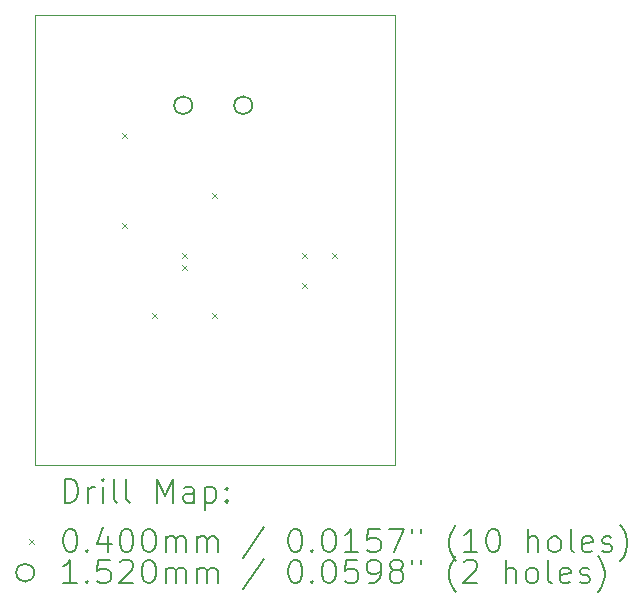
<source format=gbr>
%TF.GenerationSoftware,KiCad,Pcbnew,(6.0.10)*%
%TF.CreationDate,2023-02-17T12:21:37-08:00*%
%TF.ProjectId,Excercise2,45786365-7263-4697-9365-322e6b696361,rev?*%
%TF.SameCoordinates,Original*%
%TF.FileFunction,Drillmap*%
%TF.FilePolarity,Positive*%
%FSLAX45Y45*%
G04 Gerber Fmt 4.5, Leading zero omitted, Abs format (unit mm)*
G04 Created by KiCad (PCBNEW (6.0.10)) date 2023-02-17 12:21:37*
%MOMM*%
%LPD*%
G01*
G04 APERTURE LIST*
%ADD10C,0.100000*%
%ADD11C,0.200000*%
%ADD12C,0.040000*%
%ADD13C,0.152000*%
G04 APERTURE END LIST*
D10*
X13462000Y-5334000D02*
X16510000Y-5334000D01*
X16510000Y-5334000D02*
X16510000Y-9144000D01*
X16510000Y-9144000D02*
X13462000Y-9144000D01*
X13462000Y-9144000D02*
X13462000Y-5334000D01*
D11*
D12*
X14204000Y-6330000D02*
X14244000Y-6370000D01*
X14244000Y-6330000D02*
X14204000Y-6370000D01*
X14204000Y-7092000D02*
X14244000Y-7132000D01*
X14244000Y-7092000D02*
X14204000Y-7132000D01*
X14458000Y-7854000D02*
X14498000Y-7894000D01*
X14498000Y-7854000D02*
X14458000Y-7894000D01*
X14712000Y-7346000D02*
X14752000Y-7386000D01*
X14752000Y-7346000D02*
X14712000Y-7386000D01*
X14712000Y-7451150D02*
X14752000Y-7491150D01*
X14752000Y-7451150D02*
X14712000Y-7491150D01*
X14966000Y-6838000D02*
X15006000Y-6878000D01*
X15006000Y-6838000D02*
X14966000Y-6878000D01*
X14966000Y-7854000D02*
X15006000Y-7894000D01*
X15006000Y-7854000D02*
X14966000Y-7894000D01*
X15728000Y-7346000D02*
X15768000Y-7386000D01*
X15768000Y-7346000D02*
X15728000Y-7386000D01*
X15728000Y-7600000D02*
X15768000Y-7640000D01*
X15768000Y-7600000D02*
X15728000Y-7640000D01*
X15982000Y-7346000D02*
X16022000Y-7386000D01*
X16022000Y-7346000D02*
X15982000Y-7386000D01*
D13*
X14795000Y-6096000D02*
G75*
G03*
X14795000Y-6096000I-76000J0D01*
G01*
X15303000Y-6096000D02*
G75*
G03*
X15303000Y-6096000I-76000J0D01*
G01*
D11*
X13714619Y-9459476D02*
X13714619Y-9259476D01*
X13762238Y-9259476D01*
X13790809Y-9269000D01*
X13809857Y-9288048D01*
X13819381Y-9307095D01*
X13828905Y-9345190D01*
X13828905Y-9373762D01*
X13819381Y-9411857D01*
X13809857Y-9430905D01*
X13790809Y-9449952D01*
X13762238Y-9459476D01*
X13714619Y-9459476D01*
X13914619Y-9459476D02*
X13914619Y-9326143D01*
X13914619Y-9364238D02*
X13924143Y-9345190D01*
X13933667Y-9335667D01*
X13952714Y-9326143D01*
X13971762Y-9326143D01*
X14038428Y-9459476D02*
X14038428Y-9326143D01*
X14038428Y-9259476D02*
X14028905Y-9269000D01*
X14038428Y-9278524D01*
X14047952Y-9269000D01*
X14038428Y-9259476D01*
X14038428Y-9278524D01*
X14162238Y-9459476D02*
X14143190Y-9449952D01*
X14133667Y-9430905D01*
X14133667Y-9259476D01*
X14267000Y-9459476D02*
X14247952Y-9449952D01*
X14238428Y-9430905D01*
X14238428Y-9259476D01*
X14495571Y-9459476D02*
X14495571Y-9259476D01*
X14562238Y-9402333D01*
X14628905Y-9259476D01*
X14628905Y-9459476D01*
X14809857Y-9459476D02*
X14809857Y-9354714D01*
X14800333Y-9335667D01*
X14781286Y-9326143D01*
X14743190Y-9326143D01*
X14724143Y-9335667D01*
X14809857Y-9449952D02*
X14790809Y-9459476D01*
X14743190Y-9459476D01*
X14724143Y-9449952D01*
X14714619Y-9430905D01*
X14714619Y-9411857D01*
X14724143Y-9392810D01*
X14743190Y-9383286D01*
X14790809Y-9383286D01*
X14809857Y-9373762D01*
X14905095Y-9326143D02*
X14905095Y-9526143D01*
X14905095Y-9335667D02*
X14924143Y-9326143D01*
X14962238Y-9326143D01*
X14981286Y-9335667D01*
X14990809Y-9345190D01*
X15000333Y-9364238D01*
X15000333Y-9421381D01*
X14990809Y-9440429D01*
X14981286Y-9449952D01*
X14962238Y-9459476D01*
X14924143Y-9459476D01*
X14905095Y-9449952D01*
X15086048Y-9440429D02*
X15095571Y-9449952D01*
X15086048Y-9459476D01*
X15076524Y-9449952D01*
X15086048Y-9440429D01*
X15086048Y-9459476D01*
X15086048Y-9335667D02*
X15095571Y-9345190D01*
X15086048Y-9354714D01*
X15076524Y-9345190D01*
X15086048Y-9335667D01*
X15086048Y-9354714D01*
D12*
X13417000Y-9769000D02*
X13457000Y-9809000D01*
X13457000Y-9769000D02*
X13417000Y-9809000D01*
D11*
X13752714Y-9679476D02*
X13771762Y-9679476D01*
X13790809Y-9689000D01*
X13800333Y-9698524D01*
X13809857Y-9717571D01*
X13819381Y-9755667D01*
X13819381Y-9803286D01*
X13809857Y-9841381D01*
X13800333Y-9860429D01*
X13790809Y-9869952D01*
X13771762Y-9879476D01*
X13752714Y-9879476D01*
X13733667Y-9869952D01*
X13724143Y-9860429D01*
X13714619Y-9841381D01*
X13705095Y-9803286D01*
X13705095Y-9755667D01*
X13714619Y-9717571D01*
X13724143Y-9698524D01*
X13733667Y-9689000D01*
X13752714Y-9679476D01*
X13905095Y-9860429D02*
X13914619Y-9869952D01*
X13905095Y-9879476D01*
X13895571Y-9869952D01*
X13905095Y-9860429D01*
X13905095Y-9879476D01*
X14086048Y-9746143D02*
X14086048Y-9879476D01*
X14038428Y-9669952D02*
X13990809Y-9812810D01*
X14114619Y-9812810D01*
X14228905Y-9679476D02*
X14247952Y-9679476D01*
X14267000Y-9689000D01*
X14276524Y-9698524D01*
X14286048Y-9717571D01*
X14295571Y-9755667D01*
X14295571Y-9803286D01*
X14286048Y-9841381D01*
X14276524Y-9860429D01*
X14267000Y-9869952D01*
X14247952Y-9879476D01*
X14228905Y-9879476D01*
X14209857Y-9869952D01*
X14200333Y-9860429D01*
X14190809Y-9841381D01*
X14181286Y-9803286D01*
X14181286Y-9755667D01*
X14190809Y-9717571D01*
X14200333Y-9698524D01*
X14209857Y-9689000D01*
X14228905Y-9679476D01*
X14419381Y-9679476D02*
X14438428Y-9679476D01*
X14457476Y-9689000D01*
X14467000Y-9698524D01*
X14476524Y-9717571D01*
X14486048Y-9755667D01*
X14486048Y-9803286D01*
X14476524Y-9841381D01*
X14467000Y-9860429D01*
X14457476Y-9869952D01*
X14438428Y-9879476D01*
X14419381Y-9879476D01*
X14400333Y-9869952D01*
X14390809Y-9860429D01*
X14381286Y-9841381D01*
X14371762Y-9803286D01*
X14371762Y-9755667D01*
X14381286Y-9717571D01*
X14390809Y-9698524D01*
X14400333Y-9689000D01*
X14419381Y-9679476D01*
X14571762Y-9879476D02*
X14571762Y-9746143D01*
X14571762Y-9765190D02*
X14581286Y-9755667D01*
X14600333Y-9746143D01*
X14628905Y-9746143D01*
X14647952Y-9755667D01*
X14657476Y-9774714D01*
X14657476Y-9879476D01*
X14657476Y-9774714D02*
X14667000Y-9755667D01*
X14686048Y-9746143D01*
X14714619Y-9746143D01*
X14733667Y-9755667D01*
X14743190Y-9774714D01*
X14743190Y-9879476D01*
X14838428Y-9879476D02*
X14838428Y-9746143D01*
X14838428Y-9765190D02*
X14847952Y-9755667D01*
X14867000Y-9746143D01*
X14895571Y-9746143D01*
X14914619Y-9755667D01*
X14924143Y-9774714D01*
X14924143Y-9879476D01*
X14924143Y-9774714D02*
X14933667Y-9755667D01*
X14952714Y-9746143D01*
X14981286Y-9746143D01*
X15000333Y-9755667D01*
X15009857Y-9774714D01*
X15009857Y-9879476D01*
X15400333Y-9669952D02*
X15228905Y-9927095D01*
X15657476Y-9679476D02*
X15676524Y-9679476D01*
X15695571Y-9689000D01*
X15705095Y-9698524D01*
X15714619Y-9717571D01*
X15724143Y-9755667D01*
X15724143Y-9803286D01*
X15714619Y-9841381D01*
X15705095Y-9860429D01*
X15695571Y-9869952D01*
X15676524Y-9879476D01*
X15657476Y-9879476D01*
X15638428Y-9869952D01*
X15628905Y-9860429D01*
X15619381Y-9841381D01*
X15609857Y-9803286D01*
X15609857Y-9755667D01*
X15619381Y-9717571D01*
X15628905Y-9698524D01*
X15638428Y-9689000D01*
X15657476Y-9679476D01*
X15809857Y-9860429D02*
X15819381Y-9869952D01*
X15809857Y-9879476D01*
X15800333Y-9869952D01*
X15809857Y-9860429D01*
X15809857Y-9879476D01*
X15943190Y-9679476D02*
X15962238Y-9679476D01*
X15981286Y-9689000D01*
X15990809Y-9698524D01*
X16000333Y-9717571D01*
X16009857Y-9755667D01*
X16009857Y-9803286D01*
X16000333Y-9841381D01*
X15990809Y-9860429D01*
X15981286Y-9869952D01*
X15962238Y-9879476D01*
X15943190Y-9879476D01*
X15924143Y-9869952D01*
X15914619Y-9860429D01*
X15905095Y-9841381D01*
X15895571Y-9803286D01*
X15895571Y-9755667D01*
X15905095Y-9717571D01*
X15914619Y-9698524D01*
X15924143Y-9689000D01*
X15943190Y-9679476D01*
X16200333Y-9879476D02*
X16086048Y-9879476D01*
X16143190Y-9879476D02*
X16143190Y-9679476D01*
X16124143Y-9708048D01*
X16105095Y-9727095D01*
X16086048Y-9736619D01*
X16381286Y-9679476D02*
X16286048Y-9679476D01*
X16276524Y-9774714D01*
X16286048Y-9765190D01*
X16305095Y-9755667D01*
X16352714Y-9755667D01*
X16371762Y-9765190D01*
X16381286Y-9774714D01*
X16390809Y-9793762D01*
X16390809Y-9841381D01*
X16381286Y-9860429D01*
X16371762Y-9869952D01*
X16352714Y-9879476D01*
X16305095Y-9879476D01*
X16286048Y-9869952D01*
X16276524Y-9860429D01*
X16457476Y-9679476D02*
X16590809Y-9679476D01*
X16505095Y-9879476D01*
X16657476Y-9679476D02*
X16657476Y-9717571D01*
X16733667Y-9679476D02*
X16733667Y-9717571D01*
X17028905Y-9955667D02*
X17019381Y-9946143D01*
X17000333Y-9917571D01*
X16990810Y-9898524D01*
X16981286Y-9869952D01*
X16971762Y-9822333D01*
X16971762Y-9784238D01*
X16981286Y-9736619D01*
X16990810Y-9708048D01*
X17000333Y-9689000D01*
X17019381Y-9660429D01*
X17028905Y-9650905D01*
X17209857Y-9879476D02*
X17095571Y-9879476D01*
X17152714Y-9879476D02*
X17152714Y-9679476D01*
X17133667Y-9708048D01*
X17114619Y-9727095D01*
X17095571Y-9736619D01*
X17333667Y-9679476D02*
X17352714Y-9679476D01*
X17371762Y-9689000D01*
X17381286Y-9698524D01*
X17390810Y-9717571D01*
X17400333Y-9755667D01*
X17400333Y-9803286D01*
X17390810Y-9841381D01*
X17381286Y-9860429D01*
X17371762Y-9869952D01*
X17352714Y-9879476D01*
X17333667Y-9879476D01*
X17314619Y-9869952D01*
X17305095Y-9860429D01*
X17295571Y-9841381D01*
X17286048Y-9803286D01*
X17286048Y-9755667D01*
X17295571Y-9717571D01*
X17305095Y-9698524D01*
X17314619Y-9689000D01*
X17333667Y-9679476D01*
X17638429Y-9879476D02*
X17638429Y-9679476D01*
X17724143Y-9879476D02*
X17724143Y-9774714D01*
X17714619Y-9755667D01*
X17695571Y-9746143D01*
X17667000Y-9746143D01*
X17647952Y-9755667D01*
X17638429Y-9765190D01*
X17847952Y-9879476D02*
X17828905Y-9869952D01*
X17819381Y-9860429D01*
X17809857Y-9841381D01*
X17809857Y-9784238D01*
X17819381Y-9765190D01*
X17828905Y-9755667D01*
X17847952Y-9746143D01*
X17876524Y-9746143D01*
X17895571Y-9755667D01*
X17905095Y-9765190D01*
X17914619Y-9784238D01*
X17914619Y-9841381D01*
X17905095Y-9860429D01*
X17895571Y-9869952D01*
X17876524Y-9879476D01*
X17847952Y-9879476D01*
X18028905Y-9879476D02*
X18009857Y-9869952D01*
X18000333Y-9850905D01*
X18000333Y-9679476D01*
X18181286Y-9869952D02*
X18162238Y-9879476D01*
X18124143Y-9879476D01*
X18105095Y-9869952D01*
X18095571Y-9850905D01*
X18095571Y-9774714D01*
X18105095Y-9755667D01*
X18124143Y-9746143D01*
X18162238Y-9746143D01*
X18181286Y-9755667D01*
X18190810Y-9774714D01*
X18190810Y-9793762D01*
X18095571Y-9812810D01*
X18267000Y-9869952D02*
X18286048Y-9879476D01*
X18324143Y-9879476D01*
X18343190Y-9869952D01*
X18352714Y-9850905D01*
X18352714Y-9841381D01*
X18343190Y-9822333D01*
X18324143Y-9812810D01*
X18295571Y-9812810D01*
X18276524Y-9803286D01*
X18267000Y-9784238D01*
X18267000Y-9774714D01*
X18276524Y-9755667D01*
X18295571Y-9746143D01*
X18324143Y-9746143D01*
X18343190Y-9755667D01*
X18419381Y-9955667D02*
X18428905Y-9946143D01*
X18447952Y-9917571D01*
X18457476Y-9898524D01*
X18467000Y-9869952D01*
X18476524Y-9822333D01*
X18476524Y-9784238D01*
X18467000Y-9736619D01*
X18457476Y-9708048D01*
X18447952Y-9689000D01*
X18428905Y-9660429D01*
X18419381Y-9650905D01*
D13*
X13457000Y-10053000D02*
G75*
G03*
X13457000Y-10053000I-76000J0D01*
G01*
D11*
X13819381Y-10143476D02*
X13705095Y-10143476D01*
X13762238Y-10143476D02*
X13762238Y-9943476D01*
X13743190Y-9972048D01*
X13724143Y-9991095D01*
X13705095Y-10000619D01*
X13905095Y-10124429D02*
X13914619Y-10133952D01*
X13905095Y-10143476D01*
X13895571Y-10133952D01*
X13905095Y-10124429D01*
X13905095Y-10143476D01*
X14095571Y-9943476D02*
X14000333Y-9943476D01*
X13990809Y-10038714D01*
X14000333Y-10029190D01*
X14019381Y-10019667D01*
X14067000Y-10019667D01*
X14086048Y-10029190D01*
X14095571Y-10038714D01*
X14105095Y-10057762D01*
X14105095Y-10105381D01*
X14095571Y-10124429D01*
X14086048Y-10133952D01*
X14067000Y-10143476D01*
X14019381Y-10143476D01*
X14000333Y-10133952D01*
X13990809Y-10124429D01*
X14181286Y-9962524D02*
X14190809Y-9953000D01*
X14209857Y-9943476D01*
X14257476Y-9943476D01*
X14276524Y-9953000D01*
X14286048Y-9962524D01*
X14295571Y-9981571D01*
X14295571Y-10000619D01*
X14286048Y-10029190D01*
X14171762Y-10143476D01*
X14295571Y-10143476D01*
X14419381Y-9943476D02*
X14438428Y-9943476D01*
X14457476Y-9953000D01*
X14467000Y-9962524D01*
X14476524Y-9981571D01*
X14486048Y-10019667D01*
X14486048Y-10067286D01*
X14476524Y-10105381D01*
X14467000Y-10124429D01*
X14457476Y-10133952D01*
X14438428Y-10143476D01*
X14419381Y-10143476D01*
X14400333Y-10133952D01*
X14390809Y-10124429D01*
X14381286Y-10105381D01*
X14371762Y-10067286D01*
X14371762Y-10019667D01*
X14381286Y-9981571D01*
X14390809Y-9962524D01*
X14400333Y-9953000D01*
X14419381Y-9943476D01*
X14571762Y-10143476D02*
X14571762Y-10010143D01*
X14571762Y-10029190D02*
X14581286Y-10019667D01*
X14600333Y-10010143D01*
X14628905Y-10010143D01*
X14647952Y-10019667D01*
X14657476Y-10038714D01*
X14657476Y-10143476D01*
X14657476Y-10038714D02*
X14667000Y-10019667D01*
X14686048Y-10010143D01*
X14714619Y-10010143D01*
X14733667Y-10019667D01*
X14743190Y-10038714D01*
X14743190Y-10143476D01*
X14838428Y-10143476D02*
X14838428Y-10010143D01*
X14838428Y-10029190D02*
X14847952Y-10019667D01*
X14867000Y-10010143D01*
X14895571Y-10010143D01*
X14914619Y-10019667D01*
X14924143Y-10038714D01*
X14924143Y-10143476D01*
X14924143Y-10038714D02*
X14933667Y-10019667D01*
X14952714Y-10010143D01*
X14981286Y-10010143D01*
X15000333Y-10019667D01*
X15009857Y-10038714D01*
X15009857Y-10143476D01*
X15400333Y-9933952D02*
X15228905Y-10191095D01*
X15657476Y-9943476D02*
X15676524Y-9943476D01*
X15695571Y-9953000D01*
X15705095Y-9962524D01*
X15714619Y-9981571D01*
X15724143Y-10019667D01*
X15724143Y-10067286D01*
X15714619Y-10105381D01*
X15705095Y-10124429D01*
X15695571Y-10133952D01*
X15676524Y-10143476D01*
X15657476Y-10143476D01*
X15638428Y-10133952D01*
X15628905Y-10124429D01*
X15619381Y-10105381D01*
X15609857Y-10067286D01*
X15609857Y-10019667D01*
X15619381Y-9981571D01*
X15628905Y-9962524D01*
X15638428Y-9953000D01*
X15657476Y-9943476D01*
X15809857Y-10124429D02*
X15819381Y-10133952D01*
X15809857Y-10143476D01*
X15800333Y-10133952D01*
X15809857Y-10124429D01*
X15809857Y-10143476D01*
X15943190Y-9943476D02*
X15962238Y-9943476D01*
X15981286Y-9953000D01*
X15990809Y-9962524D01*
X16000333Y-9981571D01*
X16009857Y-10019667D01*
X16009857Y-10067286D01*
X16000333Y-10105381D01*
X15990809Y-10124429D01*
X15981286Y-10133952D01*
X15962238Y-10143476D01*
X15943190Y-10143476D01*
X15924143Y-10133952D01*
X15914619Y-10124429D01*
X15905095Y-10105381D01*
X15895571Y-10067286D01*
X15895571Y-10019667D01*
X15905095Y-9981571D01*
X15914619Y-9962524D01*
X15924143Y-9953000D01*
X15943190Y-9943476D01*
X16190809Y-9943476D02*
X16095571Y-9943476D01*
X16086048Y-10038714D01*
X16095571Y-10029190D01*
X16114619Y-10019667D01*
X16162238Y-10019667D01*
X16181286Y-10029190D01*
X16190809Y-10038714D01*
X16200333Y-10057762D01*
X16200333Y-10105381D01*
X16190809Y-10124429D01*
X16181286Y-10133952D01*
X16162238Y-10143476D01*
X16114619Y-10143476D01*
X16095571Y-10133952D01*
X16086048Y-10124429D01*
X16295571Y-10143476D02*
X16333667Y-10143476D01*
X16352714Y-10133952D01*
X16362238Y-10124429D01*
X16381286Y-10095857D01*
X16390809Y-10057762D01*
X16390809Y-9981571D01*
X16381286Y-9962524D01*
X16371762Y-9953000D01*
X16352714Y-9943476D01*
X16314619Y-9943476D01*
X16295571Y-9953000D01*
X16286048Y-9962524D01*
X16276524Y-9981571D01*
X16276524Y-10029190D01*
X16286048Y-10048238D01*
X16295571Y-10057762D01*
X16314619Y-10067286D01*
X16352714Y-10067286D01*
X16371762Y-10057762D01*
X16381286Y-10048238D01*
X16390809Y-10029190D01*
X16505095Y-10029190D02*
X16486048Y-10019667D01*
X16476524Y-10010143D01*
X16467000Y-9991095D01*
X16467000Y-9981571D01*
X16476524Y-9962524D01*
X16486048Y-9953000D01*
X16505095Y-9943476D01*
X16543190Y-9943476D01*
X16562238Y-9953000D01*
X16571762Y-9962524D01*
X16581286Y-9981571D01*
X16581286Y-9991095D01*
X16571762Y-10010143D01*
X16562238Y-10019667D01*
X16543190Y-10029190D01*
X16505095Y-10029190D01*
X16486048Y-10038714D01*
X16476524Y-10048238D01*
X16467000Y-10067286D01*
X16467000Y-10105381D01*
X16476524Y-10124429D01*
X16486048Y-10133952D01*
X16505095Y-10143476D01*
X16543190Y-10143476D01*
X16562238Y-10133952D01*
X16571762Y-10124429D01*
X16581286Y-10105381D01*
X16581286Y-10067286D01*
X16571762Y-10048238D01*
X16562238Y-10038714D01*
X16543190Y-10029190D01*
X16657476Y-9943476D02*
X16657476Y-9981571D01*
X16733667Y-9943476D02*
X16733667Y-9981571D01*
X17028905Y-10219667D02*
X17019381Y-10210143D01*
X17000333Y-10181571D01*
X16990810Y-10162524D01*
X16981286Y-10133952D01*
X16971762Y-10086333D01*
X16971762Y-10048238D01*
X16981286Y-10000619D01*
X16990810Y-9972048D01*
X17000333Y-9953000D01*
X17019381Y-9924429D01*
X17028905Y-9914905D01*
X17095571Y-9962524D02*
X17105095Y-9953000D01*
X17124143Y-9943476D01*
X17171762Y-9943476D01*
X17190810Y-9953000D01*
X17200333Y-9962524D01*
X17209857Y-9981571D01*
X17209857Y-10000619D01*
X17200333Y-10029190D01*
X17086048Y-10143476D01*
X17209857Y-10143476D01*
X17447952Y-10143476D02*
X17447952Y-9943476D01*
X17533667Y-10143476D02*
X17533667Y-10038714D01*
X17524143Y-10019667D01*
X17505095Y-10010143D01*
X17476524Y-10010143D01*
X17457476Y-10019667D01*
X17447952Y-10029190D01*
X17657476Y-10143476D02*
X17638429Y-10133952D01*
X17628905Y-10124429D01*
X17619381Y-10105381D01*
X17619381Y-10048238D01*
X17628905Y-10029190D01*
X17638429Y-10019667D01*
X17657476Y-10010143D01*
X17686048Y-10010143D01*
X17705095Y-10019667D01*
X17714619Y-10029190D01*
X17724143Y-10048238D01*
X17724143Y-10105381D01*
X17714619Y-10124429D01*
X17705095Y-10133952D01*
X17686048Y-10143476D01*
X17657476Y-10143476D01*
X17838429Y-10143476D02*
X17819381Y-10133952D01*
X17809857Y-10114905D01*
X17809857Y-9943476D01*
X17990810Y-10133952D02*
X17971762Y-10143476D01*
X17933667Y-10143476D01*
X17914619Y-10133952D01*
X17905095Y-10114905D01*
X17905095Y-10038714D01*
X17914619Y-10019667D01*
X17933667Y-10010143D01*
X17971762Y-10010143D01*
X17990810Y-10019667D01*
X18000333Y-10038714D01*
X18000333Y-10057762D01*
X17905095Y-10076810D01*
X18076524Y-10133952D02*
X18095571Y-10143476D01*
X18133667Y-10143476D01*
X18152714Y-10133952D01*
X18162238Y-10114905D01*
X18162238Y-10105381D01*
X18152714Y-10086333D01*
X18133667Y-10076810D01*
X18105095Y-10076810D01*
X18086048Y-10067286D01*
X18076524Y-10048238D01*
X18076524Y-10038714D01*
X18086048Y-10019667D01*
X18105095Y-10010143D01*
X18133667Y-10010143D01*
X18152714Y-10019667D01*
X18228905Y-10219667D02*
X18238429Y-10210143D01*
X18257476Y-10181571D01*
X18267000Y-10162524D01*
X18276524Y-10133952D01*
X18286048Y-10086333D01*
X18286048Y-10048238D01*
X18276524Y-10000619D01*
X18267000Y-9972048D01*
X18257476Y-9953000D01*
X18238429Y-9924429D01*
X18228905Y-9914905D01*
M02*

</source>
